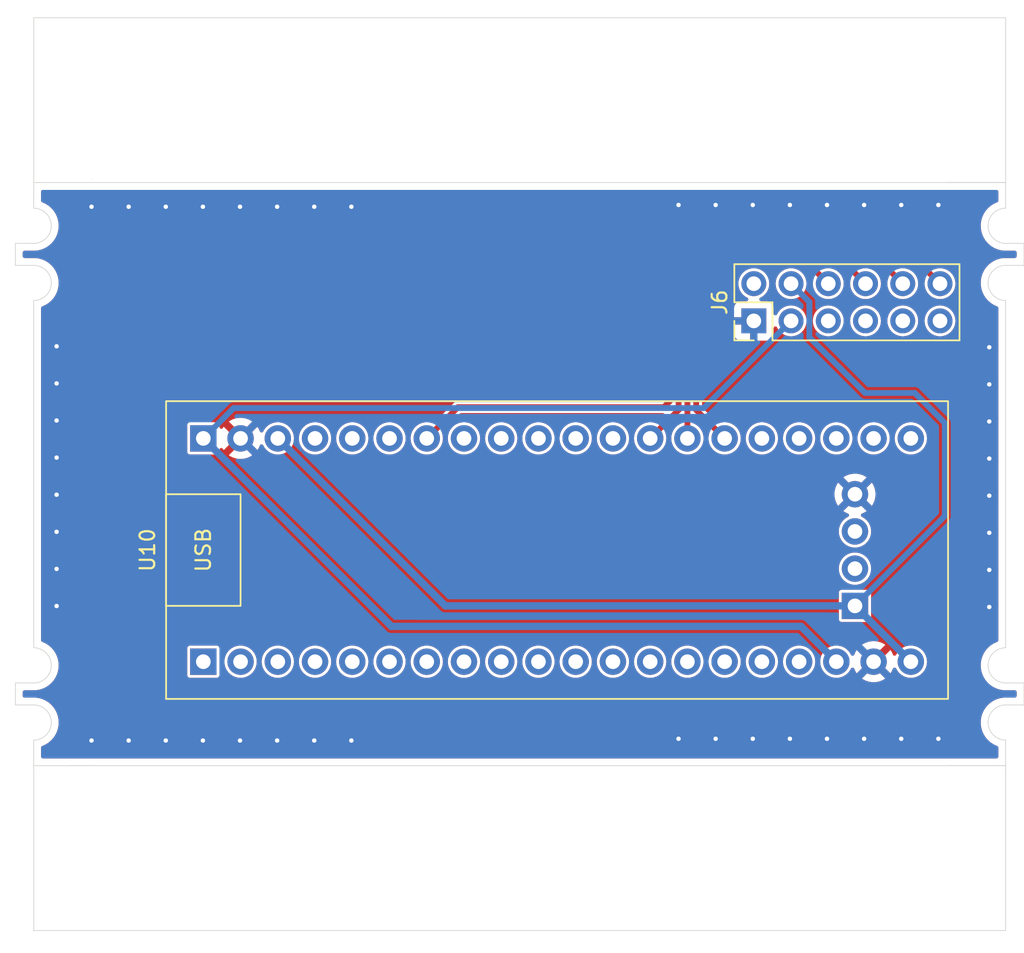
<source format=kicad_pcb>
(kicad_pcb (version 20240108) (generator "pcbnew") (generator_version "8.0")
  (layers (0 "F.Cu" signal) (31 "B.Cu" signal) (34 "B.Paste" user) (35 "F.Paste" user) (36 "B.SilkS" user "B.Silkscreen") (37 "F.SilkS" user "F.Silkscreen") (38 "B.Mask" user) (39 "F.Mask" user) (44 "Edge.Cuts" user))
  (net 0 "")
  (footprint "Connector_PinHeader_2.54mm:PinHeader_2x06_P2.54mm_Vertical" (layer "F.Cu") (at 156.8 82.99 90)
    (property "Reference" "J6" (at 1.27 -2.33 90) (layer "F.SilkS"))
    (property "Value" "pinheader_2x6_socket")
    (fp_line (start 3.87 -1.33) (end 3.87 14.03) (stroke (width 0.12)) (layer "F.SilkS"))
    (fp_line (start 1.27 -1.33) (end 3.87 -1.33) (stroke (width 0.12)) (layer "F.SilkS"))
    (fp_line (start -1.33 -1.33) (end 0 -1.33) (stroke (width 0.12)) (layer "F.SilkS"))
    (fp_line (start -1.33 0) (end -1.33 -1.33) (stroke (width 0.12)) (layer "F.SilkS"))
    (fp_line (start 1.27 1.27) (end 1.27 -1.33) (stroke (width 0.12)) (layer "F.SilkS"))
    (fp_line (start -1.33 1.27) (end 1.27 1.27) (stroke (width 0.12)) (layer "F.SilkS"))
    (fp_line (start -1.33 1.27) (end -1.33 14.03) (stroke (width 0.12)) (layer "F.SilkS"))
    (fp_line (start -1.33 14.03) (end 3.87 14.03) (stroke (width 0.12)) (layer "F.SilkS"))
    (pad "1" thru_hole rect (at 0 0 90) (size 1.7 1.7) (drill 1) (layers "*.Cu" "*.Mask"))
    (pad "2" thru_hole oval (at 2.54 0 90) (size 1.7 1.7) (drill 1) (layers "*.Cu" "*.Mask"))
    (pad "3" thru_hole oval (at 0 2.54 90) (size 1.7 1.7) (drill 1) (layers "*.Cu" "*.Mask"))
    (pad "4" thru_hole oval (at 2.54 2.54 90) (size 1.7 1.7) (drill 1) (layers "*.Cu" "*.Mask"))
    (pad "5" thru_hole oval (at 0 5.08 90) (size 1.7 1.7) (drill 1) (layers "*.Cu" "*.Mask"))
    (pad "6" thru_hole oval (at 2.54 5.08 90) (size 1.7 1.7) (drill 1) (layers "*.Cu" "*.Mask"))
    (pad "7" thru_hole oval (at 0 7.62 90) (size 1.7 1.7) (drill 1) (layers "*.Cu" "*.Mask"))
    (pad "8" thru_hole oval (at 2.54 7.62 90) (size 1.7 1.7) (drill 1) (layers "*.Cu" "*.Mask"))
    (pad "9" thru_hole oval (at 0 10.16 90) (size 1.7 1.7) (drill 1) (layers "*.Cu" "*.Mask"))
    (pad "10" thru_hole oval (at 2.54 10.16 90) (size 1.7 1.7) (drill 1) (layers "*.Cu" "*.Mask"))
    (pad "11" thru_hole oval (at 0 12.7 90) (size 1.7 1.7) (drill 1) (layers "*.Cu" "*.Mask"))
    (pad "12" thru_hole oval (at 2.54 12.7 90) (size 1.7 1.7) (drill 1) (layers "*.Cu" "*.Mask"))
  )
  (footprint "MSZ_STM32:Blackpill_F4_SWI" (layer "F.Cu") (at 119.25 106.25 90)
    (property "Reference" "U10" (at 7.62 -3.81 90) (layer "F.SilkS"))
    (property "Value" "BlackPill_F4_SWI")
    (fp_rect (start 3.81 -2.54) (end 11.43 2.54) (stroke (width 0.12)) (fill none) (layer "F.SilkS"))
    (fp_rect (start -2.54 -2.54) (end 17.78 50.8) (stroke (width 0.12)) (fill none) (layer "F.SilkS"))
    (fp_text user "USB" (at 7.62 0 90) (layer "F.SilkS"))
    (pad "1" thru_hole rect (at 0 0 90) (size 1.8 1.8) (drill 1) (layers "*.Cu" "*.Mask"))
    (pad "2" thru_hole circle (at 0 2.54 90) (size 1.8 1.8) (drill 1) (layers "*.Cu" "*.Mask"))
    (pad "3" thru_hole circle (at 0 5.08 90) (size 1.8 1.8) (drill 1) (layers "*.Cu" "*.Mask"))
    (pad "4" thru_hole circle (at 0 7.62 90) (size 1.8 1.8) (drill 1) (layers "*.Cu" "*.Mask"))
    (pad "5" thru_hole circle (at 0 10.16 90) (size 1.8 1.8) (drill 1) (layers "*.Cu" "*.Mask"))
    (pad "6" thru_hole circle (at 0 12.7 90) (size 1.8 1.8) (drill 1) (layers "*.Cu" "*.Mask"))
    (pad "7" thru_hole circle (at 0 15.24 90) (size 1.8 1.8) (drill 1) (layers "*.Cu" "*.Mask"))
    (pad "8" thru_hole circle (at 0 17.78 90) (size 1.8 1.8) (drill 1) (layers "*.Cu" "*.Mask"))
    (pad "9" thru_hole circle (at 0 20.32 90) (size 1.8 1.8) (drill 1) (layers "*.Cu" "*.Mask"))
    (pad "10" thru_hole circle (at 0 22.86 90) (size 1.8 1.8) (drill 1) (layers "*.Cu" "*.Mask"))
    (pad "11" thru_hole circle (at 0 25.4 90) (size 1.8 1.8) (drill 1) (layers "*.Cu" "*.Mask"))
    (pad "12" thru_hole circle (at 0 27.94 90) (size 1.8 1.8) (drill 1) (layers "*.Cu" "*.Mask"))
    (pad "13" thru_hole circle (at 0 30.48 90) (size 1.8 1.8) (drill 1) (layers "*.Cu" "*.Mask"))
    (pad "14" thru_hole circle (at 0 33.02 90) (size 1.8 1.8) (drill 1) (layers "*.Cu" "*.Mask"))
    (pad "15" thru_hole circle (at 0 35.56 90) (size 1.8 1.8) (drill 1) (layers "*.Cu" "*.Mask"))
    (pad "16" thru_hole circle (at 0 38.1 90) (size 1.8 1.8) (drill 1) (layers "*.Cu" "*.Mask"))
    (pad "17" thru_hole circle (at 0 40.64 90) (size 1.8 1.8) (drill 1) (layers "*.Cu" "*.Mask"))
    (pad "18" thru_hole circle (at 0 43.18 90) (size 1.8 1.8) (drill 1) (layers "*.Cu" "*.Mask"))
    (pad "19" thru_hole circle (at 0 45.72 90) (size 1.8 1.8) (drill 1) (layers "*.Cu" "*.Mask"))
    (pad "20" thru_hole circle (at 0 48.26 90) (size 1.8 1.8) (drill 1) (layers "*.Cu" "*.Mask"))
    (pad "21" thru_hole circle (at 15.24 48.26 90) (size 1.8 1.8) (drill 1) (layers "*.Cu" "*.Mask"))
    (pad "22" thru_hole circle (at 15.24 45.72 90) (size 1.8 1.8) (drill 1) (layers "*.Cu" "*.Mask"))
    (pad "23" thru_hole circle (at 15.24 43.18 90) (size 1.8 1.8) (drill 1) (layers "*.Cu" "*.Mask"))
    (pad "24" thru_hole circle (at 15.24 40.64 90) (size 1.8 1.8) (drill 1) (layers "*.Cu" "*.Mask"))
    (pad "25" thru_hole circle (at 15.24 38.1 90) (size 1.8 1.8) (drill 1) (layers "*.Cu" "*.Mask"))
    (pad "26" thru_hole circle (at 15.24 35.56 90) (size 1.8 1.8) (drill 1) (layers "*.Cu" "*.Mask"))
    (pad "27" thru_hole circle (at 15.24 33.02 90) (size 1.8 1.8) (drill 1) (layers "*.Cu" "*.Mask"))
    (pad "28" thru_hole circle (at 15.24 30.48 90) (size 1.8 1.8) (drill 1) (layers "*.Cu" "*.Mask"))
    (pad "29" thru_hole circle (at 15.24 27.94 90) (size 1.8 1.8) (drill 1) (layers "*.Cu" "*.Mask"))
    (pad "30" thru_hole circle (at 15.24 25.4 90) (size 1.8 1.8) (drill 1) (layers "*.Cu" "*.Mask"))
    (pad "31" thru_hole circle (at 15.24 22.86 90) (size 1.8 1.8) (drill 1) (layers "*.Cu" "*.Mask"))
    (pad "32" thru_hole circle (at 15.24 20.32 90) (size 1.8 1.8) (drill 1) (layers "*.Cu" "*.Mask"))
    (pad "33" thru_hole circle (at 15.24 17.78 90) (size 1.8 1.8) (drill 1) (layers "*.Cu" "*.Mask"))
    (pad "34" thru_hole circle (at 15.24 15.24 90) (size 1.8 1.8) (drill 1) (layers "*.Cu" "*.Mask"))
    (pad "35" thru_hole circle (at 15.24 12.7 90) (size 1.8 1.8) (drill 1) (layers "*.Cu" "*.Mask"))
    (pad "36" thru_hole circle (at 15.24 10.16 90) (size 1.8 1.8) (drill 1) (layers "*.Cu" "*.Mask"))
    (pad "37" thru_hole circle (at 15.24 7.62 90) (size 1.8 1.8) (drill 1) (layers "*.Cu" "*.Mask"))
    (pad "38" thru_hole circle (at 15.24 5.08 90) (size 1.8 1.8) (drill 1) (layers "*.Cu" "*.Mask"))
    (pad "39" thru_hole circle (at 15.24 2.54 90) (size 1.8 1.8) (drill 1) (layers "*.Cu" "*.Mask"))
    (pad "40" thru_hole rect (at 15.24 0 90) (size 1.8 1.8) (drill 1) (layers "*.Cu" "*.Mask"))
    (pad "41" thru_hole rect (at 3.81 44.45 90) (size 1.8 1.8) (drill 1) (layers "*.Cu" "*.Mask"))
    (pad "42" thru_hole circle (at 6.35 44.45 90) (size 1.8 1.8) (drill 1) (layers "*.Cu" "*.Mask"))
    (pad "43" thru_hole circle (at 8.89 44.45 90) (size 1.8 1.8) (drill 1) (layers "*.Cu" "*.Mask"))
    (pad "44" thru_hole circle (at 11.43 44.45 90) (size 1.8 1.8) (drill 1) (layers "*.Cu" "*.Mask"))
  )
  (gr_line (start 107.68 109.2) (end 106.43 109.2) (stroke (width 0.05)) (layer "Edge.Cuts"))
  (gr_line (start 107.68 105.3) (end 107.68 81.6) (stroke (width 0.05)) (layer "Edge.Cuts"))
  (gr_arc (start 173.98 111.6) (mid 173.131472 111.248528) (end 172.78 110.4) (stroke (width 0.05)) (layer "Edge.Cuts"))
  (gr_line (start 169.98 73.55) (end 173.98 73.55) (stroke (width 0.05)) (layer "Edge.Cuts"))
  (gr_arc (start 108.88 80.4) (mid 108.528528 81.248528) (end 107.68 81.6) (stroke (width 0.05)) (layer "Edge.Cuts"))
  (gr_arc (start 107.68 105.3) (mid 108.528528 105.651472) (end 108.88 106.5) (stroke (width 0.05)) (layer "Edge.Cuts"))
  (gr_line (start 173.98 107.7) (end 175.23 107.7) (stroke (width 0.05)) (layer "Edge.Cuts"))
  (gr_line (start 173.98 73.55) (end 107.68 73.55) (stroke (width 0.05)) (layer "Edge.Cuts"))
  (gr_arc (start 172.78 80.4) (mid 173.131472 79.551472) (end 173.98 79.2) (stroke (width 0.05)) (layer "Edge.Cuts"))
  (gr_arc (start 172.78 106.5) (mid 173.131472 105.651472) (end 173.98 105.3) (stroke (width 0.05)) (layer "Edge.Cuts"))
  (gr_arc (start 172.78 110.4) (mid 173.131472 109.551472) (end 173.98 109.2) (stroke (width 0.05)) (layer "Edge.Cuts"))
  (gr_arc (start 172.78 76.5) (mid 173.131472 75.651472) (end 173.98 75.3) (stroke (width 0.05)) (layer "Edge.Cuts"))
  (gr_arc (start 173.98 77.7) (mid 173.131472 77.348528) (end 172.78 76.5) (stroke (width 0.05)) (layer "Edge.Cuts"))
  (gr_arc (start 108.88 106.5) (mid 108.528528 107.348528) (end 107.68 107.7) (stroke (width 0.05)) (layer "Edge.Cuts"))
  (gr_line (start 173.98 79.2) (end 175.23 79.2) (stroke (width 0.05)) (layer "Edge.Cuts"))
  (gr_line (start 107.68 124.6) (end 173.98 124.6) (stroke (width 0.05)) (layer "Edge.Cuts"))
  (gr_line (start 106.43 79.2) (end 106.43 77.7) (stroke (width 0.05)) (layer "Edge.Cuts"))
  (gr_line (start 173.98 75.3) (end 173.98 62.3) (stroke (width 0.05)) (layer "Edge.Cuts"))
  (gr_line (start 173.98 77.7) (end 175.23 77.7) (stroke (width 0.05)) (layer "Edge.Cuts"))
  (gr_line (start 107.68 75.3) (end 107.68 62.3) (stroke (width 0.05)) (layer "Edge.Cuts"))
  (gr_line (start 173.98 81.6) (end 173.98 105.3) (stroke (width 0.05)) (layer "Edge.Cuts"))
  (gr_line (start 106.43 109.2) (end 106.43 107.7) (stroke (width 0.05)) (layer "Edge.Cuts"))
  (gr_line (start 107.68 107.7) (end 106.43 107.7) (stroke (width 0.05)) (layer "Edge.Cuts"))
  (gr_line (start 111.68 73.3) (end 111.68 73.3) (stroke (width 0.05)) (layer "Edge.Cuts"))
  (gr_line (start 175.23 77.7) (end 175.23 79.2) (stroke (width 0.05)) (layer "Edge.Cuts"))
  (gr_arc (start 108.88 110.4) (mid 108.528528 111.248528) (end 107.68 111.6) (stroke (width 0.05)) (layer "Edge.Cuts"))
  (gr_line (start 175.23 107.7) (end 175.23 109.2) (stroke (width 0.05)) (layer "Edge.Cuts"))
  (gr_line (start 107.68 111.6) (end 107.68 124.6) (stroke (width 0.05)) (layer "Edge.Cuts"))
  (gr_line (start 173.98 109.2) (end 175.23 109.2) (stroke (width 0.05)) (layer "Edge.Cuts"))
  (gr_arc (start 107.68 109.2) (mid 108.528528 109.551472) (end 108.88 110.4) (stroke (width 0.05)) (layer "Edge.Cuts"))
  (gr_line (start 110.06 113.35) (end 111.78 113.35) (stroke (width 0.05)) (layer "Edge.Cuts"))
  (gr_line (start 107.68 77.7) (end 106.43 77.7) (stroke (width 0.05)) (layer "Edge.Cuts"))
  (gr_arc (start 107.68 79.2) (mid 108.528528 79.551472) (end 108.88 80.4) (stroke (width 0.05)) (layer "Edge.Cuts"))
  (gr_arc (start 173.98 81.6) (mid 173.131472 81.248528) (end 172.78 80.4) (stroke (width 0.05)) (layer "Edge.Cuts"))
  (gr_line (start 173.98 113.35) (end 107.68 113.35) (stroke (width 0.05)) (layer "Edge.Cuts"))
  (gr_line (start 107.68 62.3) (end 173.98 62.3) (stroke (width 0.05)) (layer "Edge.Cuts"))
  (gr_arc (start 107.68 75.3) (mid 108.528528 75.651472) (end 108.88 76.5) (stroke (width 0.05)) (layer "Edge.Cuts"))
  (gr_arc (start 108.88 76.5) (mid 108.528528 77.348528) (end 107.68 77.7) (stroke (width 0.05)) (layer "Edge.Cuts"))
  (gr_line (start 173.98 124.6) (end 173.98 111.6) (stroke (width 0.05)) (layer "Edge.Cuts"))
  (gr_arc (start 173.98 107.7) (mid 173.131472 107.348528) (end 172.78 106.5) (stroke (width 0.05)) (layer "Edge.Cuts"))
  (gr_line (start 107.68 79.2) (end 106.43 79.2) (stroke (width 0.05)) (layer "Edge.Cuts"))
  (gr_line (start 169.98 113.35) (end 173.98 113.35) (stroke (width 0.05)) (layer "Edge.Cuts"))
  (segment (start 163.46 76.95) (end 154.352944 76.95) (width 0.4) (layer "F.Cu") (net 0))
  (segment (start 154.352944 76.95) (end 151.67 79.632944) (width 0.4) (layer "F.Cu") (net 0))
  (segment (start 151.07 79.384416) (end 151.07 88.47) (width 0.4) (layer "F.Cu") (net 0))
  (segment (start 159.6 78.17) (end 154.83 78.17) (width 0.4) (layer "F.Cu") (net 0))
  (segment (start 151.67 79.632944) (end 151.67 89.07) (width 0.4) (layer "F.Cu") (net 0))
  (segment (start 161.88 80.45) (end 159.6 78.17) (width 0.4) (layer "F.Cu") (net 0))
  (segment (start 151.67 89.07) (end 149.73 91.01) (width 0.4) (layer "F.Cu") (net 0))
  (segment (start 154.601472 77.55) (end 152.27 79.881472) (width 0.4) (layer "F.Cu") (net 0))
  (segment (start 152.87 89.07) (end 154.81 91.01) (width 0.4) (layer "F.Cu") (net 0))
  (segment (start 152.27 79.881472) (end 152.27 91.01) (width 0.4) (layer "F.Cu") (net 0))
  (segment (start 154.83 78.17) (end 152.87 80.13) (width 0.4) (layer "F.Cu") (net 0))
  (segment (start 151.07 88.47) (end 150.66 88.88) (width 0.4) (layer "F.Cu") (net 0))
  (segment (start 169.5 80.45) (end 165.4 76.35) (width 0.4) (layer "F.Cu") (net 0))
  (segment (start 164.42 80.45) (end 161.52 77.55) (width 0.4) (layer "F.Cu") (net 0))
  (segment (start 150.66 88.88) (end 136.62 88.88) (width 0.4) (layer "F.Cu") (net 0))
  (segment (start 136.62 88.88) (end 134.49 91.01) (width 0.4) (layer "F.Cu") (net 0))
  (segment (start 166.96 80.45) (end 163.46 76.95) (width 0.4) (layer "F.Cu") (net 0))
  (segment (start 165.4 76.35) (end 154.104416 76.35) (width 0.4) (layer "F.Cu") (net 0))
  (segment (start 152.87 80.13) (end 152.87 89.07) (width 0.4) (layer "F.Cu") (net 0))
  (segment (start 161.52 77.55) (end 154.601472 77.55) (width 0.4) (layer "F.Cu") (net 0))
  (segment (start 154.104416 76.35) (end 151.07 79.384416) (width 0.4) (layer "F.Cu") (net 0))
  (via (at 119.22 111.63) (size 0.6) (drill 0.3) (layers "F.Cu" "B.Cu") (net 0))
  (via (at 109.24 87.257142) (size 0.6) (drill 0.3) (layers "F.Cu" "B.Cu") (net 0))
  (via (at 156.727858 75.08) (size 0.6) (drill 0.3) (layers "F.Cu" "B.Cu") (net 0))
  (via (at 172.86 99.984284) (size 0.6) (drill 0.3) (layers "F.Cu" "B.Cu") (net 0))
  (via (at 172.86 102.516432) (size 0.6) (drill 0.3) (layers "F.Cu" "B.Cu") (net 0))
  (via (at 114.155716 111.63) (size 0.6) (drill 0.3) (layers "F.Cu" "B.Cu") (net 0))
  (via (at 121.752142 111.63) (size 0.6) (drill 0.3) (layers "F.Cu" "B.Cu") (net 0))
  (via (at 121.752142 75.2) (size 0.6) (drill 0.3) (layers "F.Cu" "B.Cu") (net 0))
  (via (at 126.816426 75.2) (size 0.6) (drill 0.3) (layers "F.Cu" "B.Cu") (net 0))
  (via (at 172.86 94.92) (size 0.6) (drill 0.3) (layers "F.Cu" "B.Cu") (net 0))
  (via (at 109.24 92.321426) (size 0.6) (drill 0.3) (layers "F.Cu" "B.Cu") (net 0))
  (via (at 166.856426 111.51) (size 0.6) (drill 0.3) (layers "F.Cu" "B.Cu") (net 0))
  (via (at 154.195716 75.08) (size 0.6) (drill 0.3) (layers "F.Cu" "B.Cu") (net 0))
  (via (at 161.792142 111.51) (size 0.6) (drill 0.3) (layers "F.Cu" "B.Cu") (net 0))
  (via (at 159.26 111.51) (size 0.6) (drill 0.3) (layers "F.Cu" "B.Cu") (net 0))
  (via (at 172.86 87.323574) (size 0.6) (drill 0.3) (layers "F.Cu" "B.Cu") (net 0))
  (via (at 114.155716 75.2) (size 0.6) (drill 0.3) (layers "F.Cu" "B.Cu") (net 0))
  (via (at 169.388574 75.08) (size 0.6) (drill 0.3) (layers "F.Cu" "B.Cu") (net 0))
  (via (at 126.816426 111.63) (size 0.6) (drill 0.3) (layers "F.Cu" "B.Cu") (net 0))
  (via (at 172.86 92.387858) (size 0.6) (drill 0.3) (layers "F.Cu" "B.Cu") (net 0))
  (via (at 156.727858 111.51) (size 0.6) (drill 0.3) (layers "F.Cu" "B.Cu") (net 0))
  (via (at 166.856426 75.08) (size 0.6) (drill 0.3) (layers "F.Cu" "B.Cu") (net 0))
  (via (at 172.86 89.855716) (size 0.6) (drill 0.3) (layers "F.Cu" "B.Cu") (net 0))
  (via (at 109.24 99.917852) (size 0.6) (drill 0.3) (layers "F.Cu" "B.Cu") (net 0))
  (via (at 164.324284 111.51) (size 0.6) (drill 0.3) (layers "F.Cu" "B.Cu") (net 0))
  (via (at 109.24 94.853568) (size 0.6) (drill 0.3) (layers "F.Cu" "B.Cu") (net 0))
  (via (at 129.348574 111.63) (size 0.6) (drill 0.3) (layers "F.Cu" "B.Cu") (net 0))
  (via (at 109.24 102.45) (size 0.6) (drill 0.3) (layers "F.Cu" "B.Cu") (net 0))
  (via (at 129.348574 75.2) (size 0.6) (drill 0.3) (layers "F.Cu" "B.Cu") (net 0))
  (via (at 154.195716 111.51) (size 0.6) (drill 0.3) (layers "F.Cu" "B.Cu") (net 0))
  (via (at 124.284284 111.63) (size 0.6) (drill 0.3) (layers "F.Cu" "B.Cu") (net 0))
  (via (at 116.687858 75.2) (size 0.6) (drill 0.3) (layers "F.Cu" "B.Cu") (net 0))
  (via (at 151.663574 111.51) (size 0.6) (drill 0.3) (layers "F.Cu" "B.Cu") (net 0))
  (via (at 159.26 75.08) (size 0.6) (drill 0.3) (layers "F.Cu" "B.Cu") (net 0))
  (via (at 109.24 89.789284) (size 0.6) (drill 0.3) (layers "F.Cu" "B.Cu") (net 0))
  (via (at 172.86 84.791432) (size 0.6) (drill 0.3) (layers "F.Cu" "B.Cu") (net 0))
  (via (at 169.388574 111.51) (size 0.6) (drill 0.3) (layers "F.Cu" "B.Cu") (net 0))
  (via (at 111.623574 75.2) (size 0.6) (drill 0.3) (layers "F.Cu" "B.Cu") (net 0))
  (via (at 164.324284 75.08) (size 0.6) (drill 0.3) (layers "F.Cu" "B.Cu") (net 0))
  (via (at 116.687858 111.63) (size 0.6) (drill 0.3) (layers "F.Cu" "B.Cu") (net 0))
  (via (at 151.663574 75.08) (size 0.6) (drill 0.3) (layers "F.Cu" "B.Cu") (net 0))
  (via (at 161.792142 75.08) (size 0.6) (drill 0.3) (layers "F.Cu" "B.Cu") (net 0))
  (via (at 109.24 84.725) (size 0.6) (drill 0.3) (layers "F.Cu" "B.Cu") (net 0))
  (via (at 111.623574 111.63) (size 0.6) (drill 0.3) (layers "F.Cu" "B.Cu") (net 0))
  (via (at 124.284284 75.2) (size 0.6) (drill 0.3) (layers "F.Cu" "B.Cu") (net 0))
  (via (at 109.24 97.38571) (size 0.6) (drill 0.3) (layers "F.Cu" "B.Cu") (net 0))
  (via (at 172.86 97.452142) (size 0.6) (drill 0.3) (layers "F.Cu" "B.Cu") (net 0))
  (via (at 119.22 75.2) (size 0.6) (drill 0.3) (layers "F.Cu" "B.Cu") (net 0))
  (segment (start 162.43 106.25) (end 160.02 103.84) (width 0.5) (layer "B.Cu") (net 0))
  (segment (start 159.34 82.99) (end 153.39 88.94) (width 0.4) (layer "B.Cu") (net 0))
  (segment (start 163.7 102.44) (end 167.51 106.25) (width 0.5) (layer "B.Cu") (net 0))
  (segment (start 160.02 103.84) (end 132.08 103.84) (width 0.5) (layer "B.Cu") (net 0))
  (segment (start 160.59 81.7) (end 160.59 84.11) (width 0.4) (layer "B.Cu") (net 0))
  (segment (start 159.34 80.45) (end 160.59 81.7) (width 0.4) (layer "B.Cu") (net 0))
  (segment (start 153.39 88.94) (end 121.32 88.94) (width 0.4) (layer "B.Cu") (net 0))
  (segment (start 132.08 103.84) (end 119.25 91.01) (width 0.5) (layer "B.Cu") (net 0))
  (segment (start 133.92 103.14) (end 121.79 91.01) (width 0.5) (layer "B.Cu") (net 0))
  (segment (start 135.76 102.44) (end 163.7 102.44) (width 0.5) (layer "B.Cu") (net 0))
  (segment (start 121.32 88.94) (end 119.25 91.01) (width 0.4) (layer "B.Cu") (net 0))
  (segment (start 161.86 103.14) (end 133.92 103.14) (width 0.5) (layer "B.Cu") (net 0))
  (segment (start 160.59 84.11) (end 164.39 87.91) (width 0.4) (layer "B.Cu") (net 0))
  (segment (start 164.97 106.25) (end 161.86 103.14) (width 0.5) (layer "B.Cu") (net 0))
  (segment (start 164.39 87.91) (end 167.78 87.91) (width 0.4) (layer "B.Cu") (net 0))
  (segment (start 169.83 96.31) (end 163.7 102.44) (width 0.4) (layer "B.Cu") (net 0))
  (segment (start 124.33 91.01) (end 135.76 102.44) (width 0.5) (layer "B.Cu") (net 0))
  (segment (start 169.83 89.96) (end 169.83 96.31) (width 0.4) (layer "B.Cu") (net 0))
  (segment (start 167.78 87.91) (end 169.83 89.96) (width 0.4) (layer "B.Cu") (net 0))
  (zone (net 0) (net_name "") (layers "F&B.Cu") (priority 3) (connect_pads (clearance 0)) (min_thickness 0.25) (fill yes (thermal_gap 0.5) (thermal_bridge_width 0.5) (smoothing fillet) (radius 0.25))
    (polygon (pts (xy 105.38 61.09) (xy 175.08 61.09) (xy 175.08 126.13) (xy 105.54 126.13) (xy 105.38 125.97)))
  )
)
</source>
